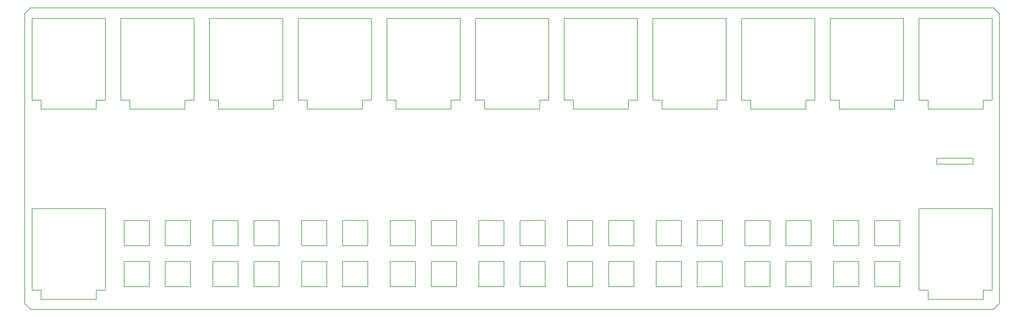
<source format=gko>
G04 Layer: BoardOutlineLayer*
G04 EasyEDA v6.5.34, 2023-08-21 18:11:39*
G04 86e5507150654a709470a211b8b9a7fc,5a6b42c53f6a479593ecc07194224c93,10*
G04 Gerber Generator version 0.2*
G04 Scale: 100 percent, Rotated: No, Reflected: No *
G04 Dimensions in millimeters *
G04 leading zeros omitted , absolute positions ,4 integer and 5 decimal *
%FSLAX45Y45*%
%MOMM*%

%ADD10C,0.2540*%
D10*
X2120900Y12865100D02*
G01*
X2374900Y13119100D01*
X44107100Y13119100D01*
X44361100Y12865100D01*
X44361100Y292100D01*
X44107100Y38100D01*
X2374900Y38100D01*
X2120900Y279400D01*
X2120900Y12865100D01*
X2438704Y12658115D02*
G01*
X2438704Y9114815D01*
X2438704Y9114815D02*
G01*
X2832404Y9114815D01*
X2832404Y9114815D02*
G01*
X2832404Y8721115D01*
X2832404Y8721115D02*
G01*
X5220004Y8721115D01*
X5220004Y8721115D02*
G01*
X5220004Y9114815D01*
X5220004Y9114815D02*
G01*
X5613704Y9114815D01*
X5613704Y9114815D02*
G01*
X5613704Y12658115D01*
X5613704Y12658115D02*
G01*
X2438704Y12658115D01*
X6281902Y12658115D02*
G01*
X6281902Y9114815D01*
X6281902Y9114815D02*
G01*
X6675602Y9114815D01*
X6675602Y9114815D02*
G01*
X6675602Y8721115D01*
X6675602Y8721115D02*
G01*
X9063202Y8721115D01*
X9063202Y8721115D02*
G01*
X9063202Y9114815D01*
X9063202Y9114815D02*
G01*
X9456902Y9114815D01*
X9456902Y9114815D02*
G01*
X9456902Y12658115D01*
X9456902Y12658115D02*
G01*
X6281902Y12658115D01*
X10125100Y12658115D02*
G01*
X10125100Y9114815D01*
X10125100Y9114815D02*
G01*
X10518800Y9114815D01*
X10518800Y9114815D02*
G01*
X10518800Y8721115D01*
X10518800Y8721115D02*
G01*
X12906400Y8721115D01*
X12906400Y8721115D02*
G01*
X12906400Y9114815D01*
X12906400Y9114815D02*
G01*
X13300100Y9114815D01*
X13300100Y9114815D02*
G01*
X13300100Y12658115D01*
X13300100Y12658115D02*
G01*
X10125100Y12658115D01*
X13968298Y12658115D02*
G01*
X13968298Y9114815D01*
X13968298Y9114815D02*
G01*
X14361998Y9114815D01*
X14361998Y9114815D02*
G01*
X14361998Y8721115D01*
X14361998Y8721115D02*
G01*
X16749598Y8721115D01*
X16749598Y8721115D02*
G01*
X16749598Y9114815D01*
X16749598Y9114815D02*
G01*
X17143298Y9114815D01*
X17143298Y9114815D02*
G01*
X17143298Y12658115D01*
X17143298Y12658115D02*
G01*
X13968298Y12658115D01*
X17811495Y12658115D02*
G01*
X17811495Y9114815D01*
X17811495Y9114815D02*
G01*
X18205195Y9114815D01*
X18205195Y9114815D02*
G01*
X18205195Y8721115D01*
X18205195Y8721115D02*
G01*
X20592795Y8721115D01*
X20592795Y8721115D02*
G01*
X20592795Y9114815D01*
X20592795Y9114815D02*
G01*
X20986495Y9114815D01*
X20986495Y9114815D02*
G01*
X20986495Y12658115D01*
X20986495Y12658115D02*
G01*
X17811495Y12658115D01*
X21654719Y12658115D02*
G01*
X21654719Y9114815D01*
X21654719Y9114815D02*
G01*
X22048419Y9114815D01*
X22048419Y9114815D02*
G01*
X22048419Y8721115D01*
X22048419Y8721115D02*
G01*
X24436019Y8721115D01*
X24436019Y8721115D02*
G01*
X24436019Y9114815D01*
X24436019Y9114815D02*
G01*
X24829719Y9114815D01*
X24829719Y9114815D02*
G01*
X24829719Y12658115D01*
X24829719Y12658115D02*
G01*
X21654719Y12658115D01*
X25497916Y12658115D02*
G01*
X25497916Y9114815D01*
X25497916Y9114815D02*
G01*
X25891616Y9114815D01*
X25891616Y9114815D02*
G01*
X25891616Y8721115D01*
X25891616Y8721115D02*
G01*
X28279216Y8721115D01*
X28279216Y8721115D02*
G01*
X28279216Y9114815D01*
X28279216Y9114815D02*
G01*
X28672916Y9114815D01*
X28672916Y9114815D02*
G01*
X28672916Y12658115D01*
X28672916Y12658115D02*
G01*
X25497916Y12658115D01*
X29341114Y12658115D02*
G01*
X29341114Y9114815D01*
X29341114Y9114815D02*
G01*
X29734814Y9114815D01*
X29734814Y9114815D02*
G01*
X29734814Y8721115D01*
X29734814Y8721115D02*
G01*
X32122414Y8721115D01*
X32122414Y8721115D02*
G01*
X32122414Y9114815D01*
X32122414Y9114815D02*
G01*
X32516114Y9114815D01*
X32516114Y9114815D02*
G01*
X32516114Y12658115D01*
X32516114Y12658115D02*
G01*
X29341114Y12658115D01*
X33184312Y12658115D02*
G01*
X33184312Y9114815D01*
X33184312Y9114815D02*
G01*
X33578012Y9114815D01*
X33578012Y9114815D02*
G01*
X33578012Y8721115D01*
X33578012Y8721115D02*
G01*
X35965612Y8721115D01*
X35965612Y8721115D02*
G01*
X35965612Y9114815D01*
X35965612Y9114815D02*
G01*
X36359312Y9114815D01*
X36359312Y9114815D02*
G01*
X36359312Y12658115D01*
X36359312Y12658115D02*
G01*
X33184312Y12658115D01*
X37027510Y12658115D02*
G01*
X37027510Y9114815D01*
X37027510Y9114815D02*
G01*
X37421210Y9114815D01*
X37421210Y9114815D02*
G01*
X37421210Y8721115D01*
X37421210Y8721115D02*
G01*
X39808810Y8721115D01*
X39808810Y8721115D02*
G01*
X39808810Y9114815D01*
X39808810Y9114815D02*
G01*
X40202510Y9114815D01*
X40202510Y9114815D02*
G01*
X40202510Y12658115D01*
X40202510Y12658115D02*
G01*
X37027510Y12658115D01*
X40870708Y12658115D02*
G01*
X40870708Y9114815D01*
X40870708Y9114815D02*
G01*
X41264408Y9114815D01*
X41264408Y9114815D02*
G01*
X41264408Y8721115D01*
X41264408Y8721115D02*
G01*
X43652008Y8721115D01*
X43652008Y8721115D02*
G01*
X43652008Y9114815D01*
X43652008Y9114815D02*
G01*
X44045708Y9114815D01*
X44045708Y9114815D02*
G01*
X44045708Y12658115D01*
X44045708Y12658115D02*
G01*
X40870708Y12658115D01*
X2438400Y4406900D02*
G01*
X2438400Y863600D01*
X2438400Y863600D02*
G01*
X2832100Y863600D01*
X2832100Y863600D02*
G01*
X2832100Y469900D01*
X2832100Y469900D02*
G01*
X5219700Y469900D01*
X5219700Y469900D02*
G01*
X5219700Y863600D01*
X5219700Y863600D02*
G01*
X5613400Y863600D01*
X5613400Y863600D02*
G01*
X5613400Y4406900D01*
X5613400Y4406900D02*
G01*
X2438400Y4406900D01*
X40870403Y4406900D02*
G01*
X40870403Y863600D01*
X40870403Y863600D02*
G01*
X41264103Y863600D01*
X41264103Y863600D02*
G01*
X41264103Y469900D01*
X41264103Y469900D02*
G01*
X43651703Y469900D01*
X43651703Y469900D02*
G01*
X43651703Y863600D01*
X43651703Y863600D02*
G01*
X44045403Y863600D01*
X44045403Y863600D02*
G01*
X44045403Y4406900D01*
X44045403Y4406900D02*
G01*
X40870403Y4406900D01*
X41643300Y6591300D02*
G01*
X41643300Y6337300D01*
X41643300Y6337300D02*
G01*
X43218100Y6337300D01*
X43218100Y6337300D02*
G01*
X43218100Y6591300D01*
X43218100Y6591300D02*
G01*
X41643300Y6591300D01*
X6426200Y3886200D02*
G01*
X6426200Y2794000D01*
X6426200Y2794000D02*
G01*
X7518400Y2794000D01*
X7518400Y2794000D02*
G01*
X7518400Y3886200D01*
X7518400Y3886200D02*
G01*
X6426200Y3886200D01*
X6426200Y2108200D02*
G01*
X6426200Y1016000D01*
X6426200Y1016000D02*
G01*
X7518400Y1016000D01*
X7518400Y1016000D02*
G01*
X7518400Y2108200D01*
X7518400Y2108200D02*
G01*
X6426200Y2108200D01*
X8205292Y3886200D02*
G01*
X8205292Y2794000D01*
X8205292Y2794000D02*
G01*
X9297492Y2794000D01*
X9297492Y2794000D02*
G01*
X9297492Y3886200D01*
X9297492Y3886200D02*
G01*
X8205292Y3886200D01*
X8205292Y2108200D02*
G01*
X8205292Y1016000D01*
X8205292Y1016000D02*
G01*
X9297492Y1016000D01*
X9297492Y1016000D02*
G01*
X9297492Y2108200D01*
X9297492Y2108200D02*
G01*
X8205292Y2108200D01*
X10269397Y3886200D02*
G01*
X10269397Y2794000D01*
X10269397Y2794000D02*
G01*
X11361597Y2794000D01*
X11361597Y2794000D02*
G01*
X11361597Y3886200D01*
X11361597Y3886200D02*
G01*
X10269397Y3886200D01*
X10269397Y2108200D02*
G01*
X10269397Y1016000D01*
X10269397Y1016000D02*
G01*
X11361597Y1016000D01*
X11361597Y1016000D02*
G01*
X11361597Y2108200D01*
X11361597Y2108200D02*
G01*
X10269397Y2108200D01*
X12048490Y3886200D02*
G01*
X12048490Y2794000D01*
X12048490Y2794000D02*
G01*
X13140690Y2794000D01*
X13140690Y2794000D02*
G01*
X13140690Y3886200D01*
X13140690Y3886200D02*
G01*
X12048490Y3886200D01*
X12048490Y2108200D02*
G01*
X12048490Y1016000D01*
X12048490Y1016000D02*
G01*
X13140690Y1016000D01*
X13140690Y1016000D02*
G01*
X13140690Y2108200D01*
X13140690Y2108200D02*
G01*
X12048490Y2108200D01*
X14112595Y3886200D02*
G01*
X14112595Y2794000D01*
X14112595Y2794000D02*
G01*
X15204795Y2794000D01*
X15204795Y2794000D02*
G01*
X15204795Y3886200D01*
X15204795Y3886200D02*
G01*
X14112595Y3886200D01*
X14112595Y2108200D02*
G01*
X14112595Y1016000D01*
X14112595Y1016000D02*
G01*
X15204795Y1016000D01*
X15204795Y1016000D02*
G01*
X15204795Y2108200D01*
X15204795Y2108200D02*
G01*
X14112595Y2108200D01*
X15891687Y3886200D02*
G01*
X15891687Y2794000D01*
X15891687Y2794000D02*
G01*
X16983887Y2794000D01*
X16983887Y2794000D02*
G01*
X16983887Y3886200D01*
X16983887Y3886200D02*
G01*
X15891687Y3886200D01*
X15891687Y2108200D02*
G01*
X15891687Y1016000D01*
X15891687Y1016000D02*
G01*
X16983887Y1016000D01*
X16983887Y1016000D02*
G01*
X16983887Y2108200D01*
X16983887Y2108200D02*
G01*
X15891687Y2108200D01*
X17955793Y3886200D02*
G01*
X17955793Y2794000D01*
X17955793Y2794000D02*
G01*
X19047993Y2794000D01*
X19047993Y2794000D02*
G01*
X19047993Y3886200D01*
X19047993Y3886200D02*
G01*
X17955793Y3886200D01*
X17955793Y2108200D02*
G01*
X17955793Y1016000D01*
X17955793Y1016000D02*
G01*
X19047993Y1016000D01*
X19047993Y1016000D02*
G01*
X19047993Y2108200D01*
X19047993Y2108200D02*
G01*
X17955793Y2108200D01*
X19734885Y3886200D02*
G01*
X19734885Y2794000D01*
X19734885Y2794000D02*
G01*
X20827085Y2794000D01*
X20827085Y2794000D02*
G01*
X20827085Y3886200D01*
X20827085Y3886200D02*
G01*
X19734885Y3886200D01*
X19734885Y2108200D02*
G01*
X19734885Y1016000D01*
X19734885Y1016000D02*
G01*
X20827085Y1016000D01*
X20827085Y1016000D02*
G01*
X20827085Y2108200D01*
X20827085Y2108200D02*
G01*
X19734885Y2108200D01*
X21799016Y3886200D02*
G01*
X21799016Y2794000D01*
X21799016Y2794000D02*
G01*
X22891216Y2794000D01*
X22891216Y2794000D02*
G01*
X22891216Y3886200D01*
X22891216Y3886200D02*
G01*
X21799016Y3886200D01*
X21799016Y2108200D02*
G01*
X21799016Y1016000D01*
X21799016Y1016000D02*
G01*
X22891216Y1016000D01*
X22891216Y1016000D02*
G01*
X22891216Y2108200D01*
X22891216Y2108200D02*
G01*
X21799016Y2108200D01*
X23578083Y3886200D02*
G01*
X23578083Y2794000D01*
X23578083Y2794000D02*
G01*
X24670283Y2794000D01*
X24670283Y2794000D02*
G01*
X24670283Y3886200D01*
X24670283Y3886200D02*
G01*
X23578083Y3886200D01*
X23578083Y2108200D02*
G01*
X23578083Y1016000D01*
X23578083Y1016000D02*
G01*
X24670283Y1016000D01*
X24670283Y1016000D02*
G01*
X24670283Y2108200D01*
X24670283Y2108200D02*
G01*
X23578083Y2108200D01*
X25642214Y3886200D02*
G01*
X25642214Y2794000D01*
X25642214Y2794000D02*
G01*
X26734414Y2794000D01*
X26734414Y2794000D02*
G01*
X26734414Y3886200D01*
X26734414Y3886200D02*
G01*
X25642214Y3886200D01*
X25642214Y2108200D02*
G01*
X25642214Y1016000D01*
X25642214Y1016000D02*
G01*
X26734414Y1016000D01*
X26734414Y1016000D02*
G01*
X26734414Y2108200D01*
X26734414Y2108200D02*
G01*
X25642214Y2108200D01*
X27421306Y3886200D02*
G01*
X27421306Y2794000D01*
X27421306Y2794000D02*
G01*
X28513506Y2794000D01*
X28513506Y2794000D02*
G01*
X28513506Y3886200D01*
X28513506Y3886200D02*
G01*
X27421306Y3886200D01*
X27421306Y2108200D02*
G01*
X27421306Y1016000D01*
X27421306Y1016000D02*
G01*
X28513506Y1016000D01*
X28513506Y1016000D02*
G01*
X28513506Y2108200D01*
X28513506Y2108200D02*
G01*
X27421306Y2108200D01*
X29485412Y3886200D02*
G01*
X29485412Y2794000D01*
X29485412Y2794000D02*
G01*
X30577612Y2794000D01*
X30577612Y2794000D02*
G01*
X30577612Y3886200D01*
X30577612Y3886200D02*
G01*
X29485412Y3886200D01*
X29485412Y2108200D02*
G01*
X29485412Y1016000D01*
X29485412Y1016000D02*
G01*
X30577612Y1016000D01*
X30577612Y1016000D02*
G01*
X30577612Y2108200D01*
X30577612Y2108200D02*
G01*
X29485412Y2108200D01*
X31264504Y3886200D02*
G01*
X31264504Y2794000D01*
X31264504Y2794000D02*
G01*
X32356704Y2794000D01*
X32356704Y2794000D02*
G01*
X32356704Y3886200D01*
X32356704Y3886200D02*
G01*
X31264504Y3886200D01*
X31264504Y2108200D02*
G01*
X31264504Y1016000D01*
X31264504Y1016000D02*
G01*
X32356704Y1016000D01*
X32356704Y1016000D02*
G01*
X32356704Y2108200D01*
X32356704Y2108200D02*
G01*
X31264504Y2108200D01*
X33328609Y3886200D02*
G01*
X33328609Y2794000D01*
X33328609Y2794000D02*
G01*
X34420809Y2794000D01*
X34420809Y2794000D02*
G01*
X34420809Y3886200D01*
X34420809Y3886200D02*
G01*
X33328609Y3886200D01*
X33328609Y2108200D02*
G01*
X33328609Y1016000D01*
X33328609Y1016000D02*
G01*
X34420809Y1016000D01*
X34420809Y1016000D02*
G01*
X34420809Y2108200D01*
X34420809Y2108200D02*
G01*
X33328609Y2108200D01*
X35107702Y3886200D02*
G01*
X35107702Y2794000D01*
X35107702Y2794000D02*
G01*
X36199902Y2794000D01*
X36199902Y2794000D02*
G01*
X36199902Y3886200D01*
X36199902Y3886200D02*
G01*
X35107702Y3886200D01*
X35107702Y2108200D02*
G01*
X35107702Y1016000D01*
X35107702Y1016000D02*
G01*
X36199902Y1016000D01*
X36199902Y1016000D02*
G01*
X36199902Y2108200D01*
X36199902Y2108200D02*
G01*
X35107702Y2108200D01*
X37171807Y3886200D02*
G01*
X37171807Y2794000D01*
X37171807Y2794000D02*
G01*
X38264007Y2794000D01*
X38264007Y2794000D02*
G01*
X38264007Y3886200D01*
X38264007Y3886200D02*
G01*
X37171807Y3886200D01*
X37171807Y2108200D02*
G01*
X37171807Y1016000D01*
X37171807Y1016000D02*
G01*
X38264007Y1016000D01*
X38264007Y1016000D02*
G01*
X38264007Y2108200D01*
X38264007Y2108200D02*
G01*
X37171807Y2108200D01*
X38950900Y3886200D02*
G01*
X38950900Y2794000D01*
X38950900Y2794000D02*
G01*
X40043100Y2794000D01*
X40043100Y2794000D02*
G01*
X40043100Y3886200D01*
X40043100Y3886200D02*
G01*
X38950900Y3886200D01*
X38950900Y2108200D02*
G01*
X38950900Y1016000D01*
X38950900Y1016000D02*
G01*
X40043100Y1016000D01*
X40043100Y1016000D02*
G01*
X40043100Y2108200D01*
X40043100Y2108200D02*
G01*
X38950900Y2108200D01*

%LPD*%
M02*

</source>
